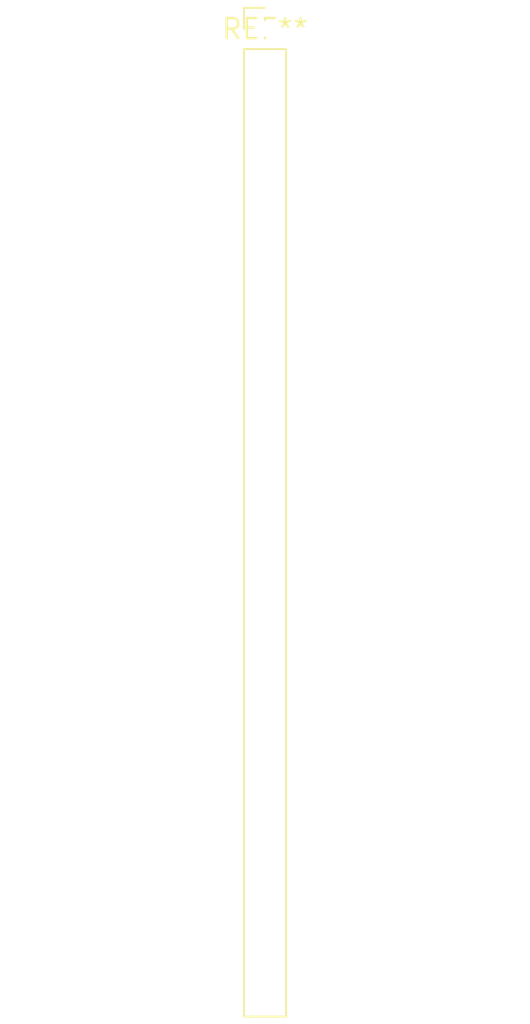
<source format=kicad_pcb>
(kicad_pcb (version 20240108) (generator pcbnew)
  (layers (0 "F.Cu" signal) (31 "B.Cu" signal) (34 "B.Paste" user) (35 "F.Paste" user) (36 "B.SilkS" user "B.Silkscreen") (37 "F.SilkS" user "F.Silkscreen") (38 "B.Mask" user) (39 "F.Mask" user) (44 "Edge.Cuts" user))
  (net 0 "")
  (footprint "PinHeader_1x25_P2.54mm_Vertical" (layer "F.Cu") (at 0 0)
    (property "Reference" "REF**")
    (property "Value" "PinHeader_1x25_P2.54mm_Vertical")
    (fp_line (start -1.33 -1.33) (end 0 -1.33) (layer "F.SilkS") (stroke (width 0.12)))
    (fp_line (start -1.33 0) (end -1.33 -1.33) (layer "F.SilkS") (stroke (width 0.12)))
    (fp_line (start -1.33 1.27) (end -1.33 62.29) (layer "F.SilkS") (stroke (width 0.12)))
    (fp_line (start -1.33 1.27) (end 1.33 1.27) (layer "F.SilkS") (stroke (width 0.12)))
    (fp_line (start -1.33 62.29) (end 1.33 62.29) (layer "F.SilkS") (stroke (width 0.12)))
    (fp_line (start 1.33 1.27) (end 1.33 62.29) (layer "F.SilkS") (stroke (width 0.12)))
    (pad "1" thru_hole rect (at 0 0) (size 1.7 1.7) (drill 1) (layers *.Cu *.Mask) (remove_unused_layers))
    (pad "2" thru_hole oval (at 0 2.54) (size 1.7 1.7) (drill 1) (layers *.Cu *.Mask) (remove_unused_layers))
    (pad "3" thru_hole oval (at 0 5.08) (size 1.7 1.7) (drill 1) (layers *.Cu *.Mask) (remove_unused_layers))
    (pad "4" thru_hole oval (at 0 7.62) (size 1.7 1.7) (drill 1) (layers *.Cu *.Mask) (remove_unused_layers))
    (pad "5" thru_hole oval (at 0 10.16) (size 1.7 1.7) (drill 1) (layers *.Cu *.Mask) (remove_unused_layers))
    (pad "6" thru_hole oval (at 0 12.7) (size 1.7 1.7) (drill 1) (layers *.Cu *.Mask) (remove_unused_layers))
    (pad "7" thru_hole oval (at 0 15.24) (size 1.7 1.7) (drill 1) (layers *.Cu *.Mask) (remove_unused_layers))
    (pad "8" thru_hole oval (at 0 17.78) (size 1.7 1.7) (drill 1) (layers *.Cu *.Mask) (remove_unused_layers))
    (pad "9" thru_hole oval (at 0 20.32) (size 1.7 1.7) (drill 1) (layers *.Cu *.Mask) (remove_unused_layers))
    (pad "10" thru_hole oval (at 0 22.86) (size 1.7 1.7) (drill 1) (layers *.Cu *.Mask) (remove_unused_layers))
    (pad "11" thru_hole oval (at 0 25.4) (size 1.7 1.7) (drill 1) (layers *.Cu *.Mask) (remove_unused_layers))
    (pad "12" thru_hole oval (at 0 27.94) (size 1.7 1.7) (drill 1) (layers *.Cu *.Mask) (remove_unused_layers))
    (pad "13" thru_hole oval (at 0 30.48) (size 1.7 1.7) (drill 1) (layers *.Cu *.Mask) (remove_unused_layers))
    (pad "14" thru_hole oval (at 0 33.02) (size 1.7 1.7) (drill 1) (layers *.Cu *.Mask) (remove_unused_layers))
    (pad "15" thru_hole oval (at 0 35.56) (size 1.7 1.7) (drill 1) (layers *.Cu *.Mask) (remove_unused_layers))
    (pad "16" thru_hole oval (at 0 38.1) (size 1.7 1.7) (drill 1) (layers *.Cu *.Mask) (remove_unused_layers))
    (pad "17" thru_hole oval (at 0 40.64) (size 1.7 1.7) (drill 1) (layers *.Cu *.Mask) (remove_unused_layers))
    (pad "18" thru_hole oval (at 0 43.18) (size 1.7 1.7) (drill 1) (layers *.Cu *.Mask) (remove_unused_layers))
    (pad "19" thru_hole oval (at 0 45.72) (size 1.7 1.7) (drill 1) (layers *.Cu *.Mask) (remove_unused_layers))
    (pad "20" thru_hole oval (at 0 48.26) (size 1.7 1.7) (drill 1) (layers *.Cu *.Mask) (remove_unused_layers))
    (pad "21" thru_hole oval (at 0 50.8) (size 1.7 1.7) (drill 1) (layers *.Cu *.Mask) (remove_unused_layers))
    (pad "22" thru_hole oval (at 0 53.34) (size 1.7 1.7) (drill 1) (layers *.Cu *.Mask) (remove_unused_layers))
    (pad "23" thru_hole oval (at 0 55.88) (size 1.7 1.7) (drill 1) (layers *.Cu *.Mask) (remove_unused_layers))
    (pad "24" thru_hole oval (at 0 58.42) (size 1.7 1.7) (drill 1) (layers *.Cu *.Mask) (remove_unused_layers))
    (pad "25" thru_hole oval (at 0 60.96) (size 1.7 1.7) (drill 1) (layers *.Cu *.Mask) (remove_unused_layers))
  )
)
</source>
